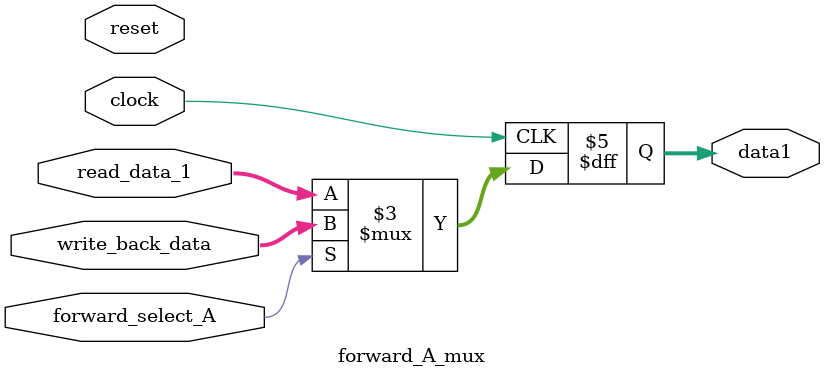
<source format=sv>
module forward_A_mux (
    input logic [31:0] write_back_data,read_data_1,
    input logic clock,reset,forward_select_A,
    output logic[31:0] data1 
);
always_ff @( posedge clock ) begin : forward_A_mux
 if (forward_select_A) begin
    data1<=write_back_data;
    
 end
 else begin
    data1 <= read_data_1;
 end
    
end
    
endmodule
</source>
